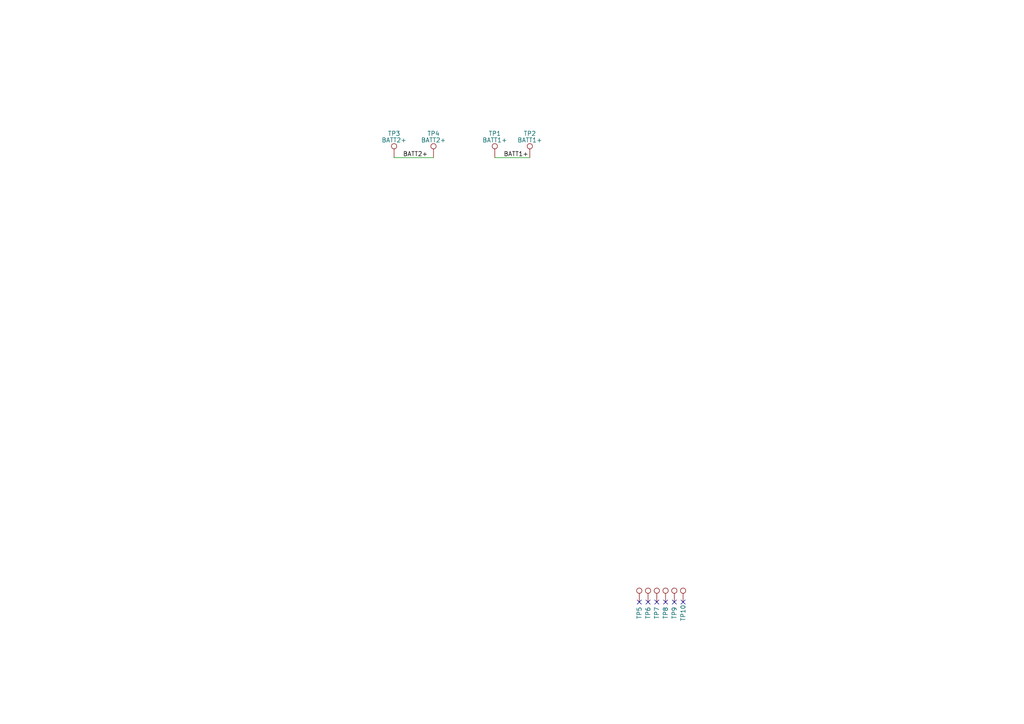
<source format=kicad_sch>
(kicad_sch (version 20231120) (generator "eeschema") (generator_version "8.0")
  (paper "A4")
  (lib_symbols
    (symbol "lib:TestPoint" (pin_numbers hide) (pin_names (offset 0.762) hide)
      (property "Reference" "TP" (at 0 6.858 0))
      (property "Value" "TestPoint" (at 0 5.08 0))
      (symbol "TestPoint_0_1"
        (circle (center 0 3.302) (radius 0.762))
      )
      (symbol "TestPoint_1_1"
        (pin passive line (at 0 0 90) (length 2.54) (name "1") (number "1"))
      )
    )
  )
  (no_connect (at 193.04 174.625))
  (no_connect (at 198.12 174.625))
  (no_connect (at 187.96 174.625))
  (no_connect (at 195.58 174.625))
  (no_connect (at 185.42 174.625))
  (no_connect (at 190.5 174.625))
  (wire (pts (xy 114.3 45.72) (xy 125.73 45.72)))
  (wire (pts (xy 143.51 45.72) (xy 153.67 45.72)))
  (label "BATT1+" (at 146.05 45.72 0))
  (label "BATT2+" (at 116.84 45.72 0))
  (symbol (lib_id "lib:TestPoint") (at 185.42 174.625 0) (unit 1)
    (property "Reference" "TP5" (at 185.42 177.8 90))
    (property "Value" "TestPoint" (effects (hide yes)))
    (property "Footprint" "lib:interconnect-top" (effects (hide yes)))
  )
  (symbol (lib_id "lib:TestPoint") (at 125.73 45.72 0) (unit 1)
    (property "Reference" "TP4" (at 125.73 38.735 0))
    (property "Value" "BATT2+" (at 125.73 40.64 0))
    (property "Footprint" "lib:interconnect-top" (effects (hide yes)))
  )
  (symbol (lib_id "lib:TestPoint") (at 190.5 174.625 0) (unit 1)
    (property "Reference" "TP7" (at 190.5 177.8 90))
    (property "Value" "TestPoint" (effects (hide yes)))
    (property "Footprint" "lib:interconnect-top" (effects (hide yes)))
  )
  (symbol (lib_id "lib:TestPoint") (at 195.58 174.625 0) (unit 1)
    (property "Reference" "TP9" (at 195.58 177.8 90))
    (property "Value" "TestPoint" (effects (hide yes)))
    (property "Footprint" "lib:interconnect-top" (effects (hide yes)))
  )
  (symbol (lib_id "lib:TestPoint") (at 187.96 174.625 0) (unit 1)
    (property "Reference" "TP6" (at 187.96 177.8 90))
    (property "Value" "TestPoint" (effects (hide yes)))
    (property "Footprint" "lib:interconnect-top" (effects (hide yes)))
  )
  (symbol (lib_id "lib:TestPoint") (at 198.12 174.625 0) (unit 1)
    (property "Reference" "TP10" (at 198.12 177.8 90))
    (property "Value" "TestPoint" (effects (hide yes)))
    (property "Footprint" "lib:interconnect-top" (effects (hide yes)))
  )
  (symbol (lib_id "lib:TestPoint") (at 143.51 45.72 0) (unit 1)
    (property "Reference" "TP1" (at 143.51 38.735 0))
    (property "Value" "BATT1+" (at 143.51 40.64 0))
    (property "Footprint" "lib:interconnect-top" (effects (hide yes)))
  )
  (symbol (lib_id "lib:TestPoint") (at 193.04 174.625 0) (unit 1)
    (property "Reference" "TP8" (at 193.04 177.8 90))
    (property "Value" "TestPoint" (effects (hide yes)))
    (property "Footprint" "lib:interconnect-top" (effects (hide yes)))
  )
  (symbol (lib_id "lib:TestPoint") (at 153.67 45.72 0) (unit 1)
    (property "Reference" "TP2" (at 153.67 38.735 0))
    (property "Value" "BATT1+" (at 153.67 40.64 0))
    (property "Footprint" "lib:TestPoint_Pad_D3.0mm" (effects (hide yes)))
  )
  (symbol (lib_id "lib:TestPoint") (at 114.3 45.72 0) (unit 1)
    (property "Reference" "TP3" (at 114.3 38.735 0))
    (property "Value" "BATT2+" (at 114.3 40.64 0))
    (property "Footprint" "lib:TestPoint_Pad_D3.0mm" (effects (hide yes)))
  )
)
</source>
